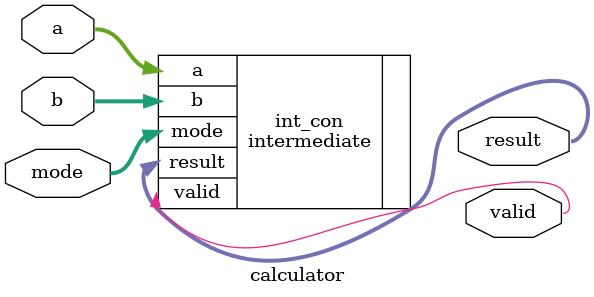
<source format=v>
module calculator(
    input  wire [63:0] a,
    input  wire [63:0] b,
    input  wire [3:0]  mode,
    output wire [63:0] result,
    output wire        valid
    );

    intermediate int_con(.a(a), .b(b), .mode(mode), .result(result), .valid(valid));


endmodule
</source>
